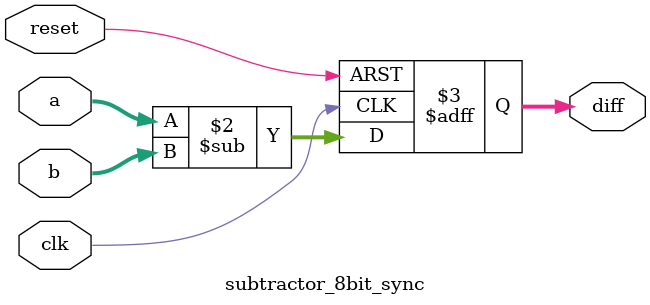
<source format=sv>
module subtractor_8bit_sync (
    input clk, 
    input reset, 
    input [7:0] a, 
    input [7:0] b, 
    output reg [7:0] diff
);
    always @(posedge clk or posedge reset) begin
        if (reset) begin
            diff <= 0;
        end else begin
            diff <= a - b;
        end
    end
endmodule

</source>
